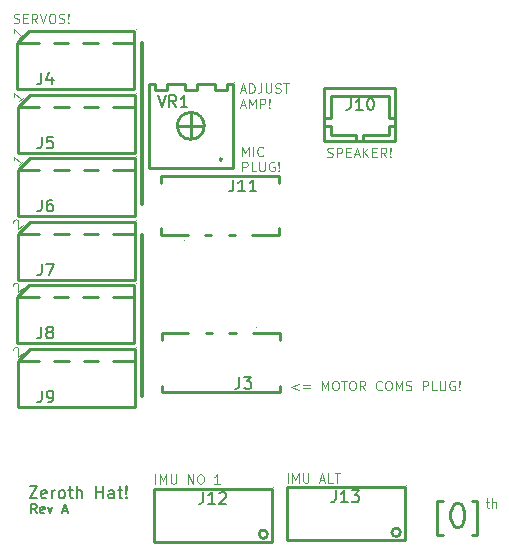
<source format=gto>
G04 #@! TF.GenerationSoftware,KiCad,Pcbnew,7.0.5-0*
G04 #@! TF.CreationDate,2024-11-07T13:17:23-08:00*
G04 #@! TF.ProjectId,MilkVHat,4d696c6b-5648-4617-942e-6b696361645f,rev?*
G04 #@! TF.SameCoordinates,PX5f5e100PY5f5e100*
G04 #@! TF.FileFunction,Legend,Top*
G04 #@! TF.FilePolarity,Positive*
%FSLAX46Y46*%
G04 Gerber Fmt 4.6, Leading zero omitted, Abs format (unit mm)*
G04 Created by KiCad (PCBNEW 7.0.5-0) date 2024-11-07 13:17:23*
%MOMM*%
%LPD*%
G01*
G04 APERTURE LIST*
%ADD10C,0.300000*%
%ADD11C,0.100000*%
%ADD12C,0.150000*%
%ADD13C,0.250000*%
%ADD14C,0.110000*%
%ADD15C,0.254000*%
%ADD16C,0.059995*%
G04 APERTURE END LIST*
D10*
X11300000Y13300000D02*
X11300000Y26925000D01*
X11300000Y29575000D02*
X11300000Y43200000D01*
D11*
X1204612Y43950425D02*
X881363Y43627176D01*
X1042987Y43788800D02*
X477302Y44354486D01*
X477302Y44354486D02*
X504239Y44219799D01*
X504239Y44219799D02*
X504239Y44112049D01*
X504239Y44112049D02*
X477302Y44031237D01*
X19806265Y33591105D02*
X19806265Y34391105D01*
X19806265Y34391105D02*
X20072931Y33819677D01*
X20072931Y33819677D02*
X20339598Y34391105D01*
X20339598Y34391105D02*
X20339598Y33591105D01*
X20720551Y33591105D02*
X20720551Y34391105D01*
X21558646Y33667296D02*
X21520550Y33629200D01*
X21520550Y33629200D02*
X21406265Y33591105D01*
X21406265Y33591105D02*
X21330074Y33591105D01*
X21330074Y33591105D02*
X21215788Y33629200D01*
X21215788Y33629200D02*
X21139598Y33705391D01*
X21139598Y33705391D02*
X21101503Y33781581D01*
X21101503Y33781581D02*
X21063407Y33933962D01*
X21063407Y33933962D02*
X21063407Y34048248D01*
X21063407Y34048248D02*
X21101503Y34200629D01*
X21101503Y34200629D02*
X21139598Y34276820D01*
X21139598Y34276820D02*
X21215788Y34353010D01*
X21215788Y34353010D02*
X21330074Y34391105D01*
X21330074Y34391105D02*
X21406265Y34391105D01*
X21406265Y34391105D02*
X21520550Y34353010D01*
X21520550Y34353010D02*
X21558646Y34314915D01*
X19806265Y32303105D02*
X19806265Y33103105D01*
X19806265Y33103105D02*
X20111027Y33103105D01*
X20111027Y33103105D02*
X20187217Y33065010D01*
X20187217Y33065010D02*
X20225312Y33026915D01*
X20225312Y33026915D02*
X20263408Y32950724D01*
X20263408Y32950724D02*
X20263408Y32836439D01*
X20263408Y32836439D02*
X20225312Y32760248D01*
X20225312Y32760248D02*
X20187217Y32722153D01*
X20187217Y32722153D02*
X20111027Y32684058D01*
X20111027Y32684058D02*
X19806265Y32684058D01*
X20987217Y32303105D02*
X20606265Y32303105D01*
X20606265Y32303105D02*
X20606265Y33103105D01*
X21253884Y33103105D02*
X21253884Y32455486D01*
X21253884Y32455486D02*
X21291979Y32379296D01*
X21291979Y32379296D02*
X21330074Y32341200D01*
X21330074Y32341200D02*
X21406265Y32303105D01*
X21406265Y32303105D02*
X21558646Y32303105D01*
X21558646Y32303105D02*
X21634836Y32341200D01*
X21634836Y32341200D02*
X21672931Y32379296D01*
X21672931Y32379296D02*
X21711027Y32455486D01*
X21711027Y32455486D02*
X21711027Y33103105D01*
X22511026Y33065010D02*
X22434836Y33103105D01*
X22434836Y33103105D02*
X22320550Y33103105D01*
X22320550Y33103105D02*
X22206264Y33065010D01*
X22206264Y33065010D02*
X22130074Y32988820D01*
X22130074Y32988820D02*
X22091979Y32912629D01*
X22091979Y32912629D02*
X22053883Y32760248D01*
X22053883Y32760248D02*
X22053883Y32645962D01*
X22053883Y32645962D02*
X22091979Y32493581D01*
X22091979Y32493581D02*
X22130074Y32417391D01*
X22130074Y32417391D02*
X22206264Y32341200D01*
X22206264Y32341200D02*
X22320550Y32303105D01*
X22320550Y32303105D02*
X22396741Y32303105D01*
X22396741Y32303105D02*
X22511026Y32341200D01*
X22511026Y32341200D02*
X22549122Y32379296D01*
X22549122Y32379296D02*
X22549122Y32645962D01*
X22549122Y32645962D02*
X22396741Y32645962D01*
X22891979Y32379296D02*
X22930074Y32341200D01*
X22930074Y32341200D02*
X22891979Y32303105D01*
X22891979Y32303105D02*
X22853883Y32341200D01*
X22853883Y32341200D02*
X22891979Y32379296D01*
X22891979Y32379296D02*
X22891979Y32303105D01*
X22891979Y32607867D02*
X22853883Y33065010D01*
X22853883Y33065010D02*
X22891979Y33103105D01*
X22891979Y33103105D02*
X22930074Y33065010D01*
X22930074Y33065010D02*
X22891979Y32607867D01*
X22891979Y32607867D02*
X22891979Y33103105D01*
X369552Y27938987D02*
X369552Y27992861D01*
X369552Y27992861D02*
X396490Y28073674D01*
X396490Y28073674D02*
X531177Y28208361D01*
X531177Y28208361D02*
X611989Y28235298D01*
X611989Y28235298D02*
X665864Y28235298D01*
X665864Y28235298D02*
X746676Y28208361D01*
X746676Y28208361D02*
X800551Y28154486D01*
X800551Y28154486D02*
X854425Y28046736D01*
X854425Y28046736D02*
X854425Y27400239D01*
X854425Y27400239D02*
X1204612Y27750425D01*
X24565789Y14286439D02*
X23956265Y14057867D01*
X23956265Y14057867D02*
X24565789Y13829296D01*
X24946741Y14172153D02*
X25556265Y14172153D01*
X25556265Y13943581D02*
X24946741Y13943581D01*
X26546741Y13753105D02*
X26546741Y14553105D01*
X26546741Y14553105D02*
X26813407Y13981677D01*
X26813407Y13981677D02*
X27080074Y14553105D01*
X27080074Y14553105D02*
X27080074Y13753105D01*
X27613408Y14553105D02*
X27765789Y14553105D01*
X27765789Y14553105D02*
X27841979Y14515010D01*
X27841979Y14515010D02*
X27918170Y14438820D01*
X27918170Y14438820D02*
X27956265Y14286439D01*
X27956265Y14286439D02*
X27956265Y14019772D01*
X27956265Y14019772D02*
X27918170Y13867391D01*
X27918170Y13867391D02*
X27841979Y13791200D01*
X27841979Y13791200D02*
X27765789Y13753105D01*
X27765789Y13753105D02*
X27613408Y13753105D01*
X27613408Y13753105D02*
X27537217Y13791200D01*
X27537217Y13791200D02*
X27461027Y13867391D01*
X27461027Y13867391D02*
X27422931Y14019772D01*
X27422931Y14019772D02*
X27422931Y14286439D01*
X27422931Y14286439D02*
X27461027Y14438820D01*
X27461027Y14438820D02*
X27537217Y14515010D01*
X27537217Y14515010D02*
X27613408Y14553105D01*
X28184836Y14553105D02*
X28641979Y14553105D01*
X28413407Y13753105D02*
X28413407Y14553105D01*
X29061027Y14553105D02*
X29213408Y14553105D01*
X29213408Y14553105D02*
X29289598Y14515010D01*
X29289598Y14515010D02*
X29365789Y14438820D01*
X29365789Y14438820D02*
X29403884Y14286439D01*
X29403884Y14286439D02*
X29403884Y14019772D01*
X29403884Y14019772D02*
X29365789Y13867391D01*
X29365789Y13867391D02*
X29289598Y13791200D01*
X29289598Y13791200D02*
X29213408Y13753105D01*
X29213408Y13753105D02*
X29061027Y13753105D01*
X29061027Y13753105D02*
X28984836Y13791200D01*
X28984836Y13791200D02*
X28908646Y13867391D01*
X28908646Y13867391D02*
X28870550Y14019772D01*
X28870550Y14019772D02*
X28870550Y14286439D01*
X28870550Y14286439D02*
X28908646Y14438820D01*
X28908646Y14438820D02*
X28984836Y14515010D01*
X28984836Y14515010D02*
X29061027Y14553105D01*
X30203884Y13753105D02*
X29937217Y14134058D01*
X29746741Y13753105D02*
X29746741Y14553105D01*
X29746741Y14553105D02*
X30051503Y14553105D01*
X30051503Y14553105D02*
X30127693Y14515010D01*
X30127693Y14515010D02*
X30165788Y14476915D01*
X30165788Y14476915D02*
X30203884Y14400724D01*
X30203884Y14400724D02*
X30203884Y14286439D01*
X30203884Y14286439D02*
X30165788Y14210248D01*
X30165788Y14210248D02*
X30127693Y14172153D01*
X30127693Y14172153D02*
X30051503Y14134058D01*
X30051503Y14134058D02*
X29746741Y14134058D01*
X31613408Y13829296D02*
X31575312Y13791200D01*
X31575312Y13791200D02*
X31461027Y13753105D01*
X31461027Y13753105D02*
X31384836Y13753105D01*
X31384836Y13753105D02*
X31270550Y13791200D01*
X31270550Y13791200D02*
X31194360Y13867391D01*
X31194360Y13867391D02*
X31156265Y13943581D01*
X31156265Y13943581D02*
X31118169Y14095962D01*
X31118169Y14095962D02*
X31118169Y14210248D01*
X31118169Y14210248D02*
X31156265Y14362629D01*
X31156265Y14362629D02*
X31194360Y14438820D01*
X31194360Y14438820D02*
X31270550Y14515010D01*
X31270550Y14515010D02*
X31384836Y14553105D01*
X31384836Y14553105D02*
X31461027Y14553105D01*
X31461027Y14553105D02*
X31575312Y14515010D01*
X31575312Y14515010D02*
X31613408Y14476915D01*
X32108646Y14553105D02*
X32261027Y14553105D01*
X32261027Y14553105D02*
X32337217Y14515010D01*
X32337217Y14515010D02*
X32413408Y14438820D01*
X32413408Y14438820D02*
X32451503Y14286439D01*
X32451503Y14286439D02*
X32451503Y14019772D01*
X32451503Y14019772D02*
X32413408Y13867391D01*
X32413408Y13867391D02*
X32337217Y13791200D01*
X32337217Y13791200D02*
X32261027Y13753105D01*
X32261027Y13753105D02*
X32108646Y13753105D01*
X32108646Y13753105D02*
X32032455Y13791200D01*
X32032455Y13791200D02*
X31956265Y13867391D01*
X31956265Y13867391D02*
X31918169Y14019772D01*
X31918169Y14019772D02*
X31918169Y14286439D01*
X31918169Y14286439D02*
X31956265Y14438820D01*
X31956265Y14438820D02*
X32032455Y14515010D01*
X32032455Y14515010D02*
X32108646Y14553105D01*
X32794360Y13753105D02*
X32794360Y14553105D01*
X32794360Y14553105D02*
X33061026Y13981677D01*
X33061026Y13981677D02*
X33327693Y14553105D01*
X33327693Y14553105D02*
X33327693Y13753105D01*
X33670550Y13791200D02*
X33784836Y13753105D01*
X33784836Y13753105D02*
X33975312Y13753105D01*
X33975312Y13753105D02*
X34051503Y13791200D01*
X34051503Y13791200D02*
X34089598Y13829296D01*
X34089598Y13829296D02*
X34127693Y13905486D01*
X34127693Y13905486D02*
X34127693Y13981677D01*
X34127693Y13981677D02*
X34089598Y14057867D01*
X34089598Y14057867D02*
X34051503Y14095962D01*
X34051503Y14095962D02*
X33975312Y14134058D01*
X33975312Y14134058D02*
X33822931Y14172153D01*
X33822931Y14172153D02*
X33746741Y14210248D01*
X33746741Y14210248D02*
X33708646Y14248343D01*
X33708646Y14248343D02*
X33670550Y14324534D01*
X33670550Y14324534D02*
X33670550Y14400724D01*
X33670550Y14400724D02*
X33708646Y14476915D01*
X33708646Y14476915D02*
X33746741Y14515010D01*
X33746741Y14515010D02*
X33822931Y14553105D01*
X33822931Y14553105D02*
X34013408Y14553105D01*
X34013408Y14553105D02*
X34127693Y14515010D01*
X35080075Y13753105D02*
X35080075Y14553105D01*
X35080075Y14553105D02*
X35384837Y14553105D01*
X35384837Y14553105D02*
X35461027Y14515010D01*
X35461027Y14515010D02*
X35499122Y14476915D01*
X35499122Y14476915D02*
X35537218Y14400724D01*
X35537218Y14400724D02*
X35537218Y14286439D01*
X35537218Y14286439D02*
X35499122Y14210248D01*
X35499122Y14210248D02*
X35461027Y14172153D01*
X35461027Y14172153D02*
X35384837Y14134058D01*
X35384837Y14134058D02*
X35080075Y14134058D01*
X36261027Y13753105D02*
X35880075Y13753105D01*
X35880075Y13753105D02*
X35880075Y14553105D01*
X36527694Y14553105D02*
X36527694Y13905486D01*
X36527694Y13905486D02*
X36565789Y13829296D01*
X36565789Y13829296D02*
X36603884Y13791200D01*
X36603884Y13791200D02*
X36680075Y13753105D01*
X36680075Y13753105D02*
X36832456Y13753105D01*
X36832456Y13753105D02*
X36908646Y13791200D01*
X36908646Y13791200D02*
X36946741Y13829296D01*
X36946741Y13829296D02*
X36984837Y13905486D01*
X36984837Y13905486D02*
X36984837Y14553105D01*
X37784836Y14515010D02*
X37708646Y14553105D01*
X37708646Y14553105D02*
X37594360Y14553105D01*
X37594360Y14553105D02*
X37480074Y14515010D01*
X37480074Y14515010D02*
X37403884Y14438820D01*
X37403884Y14438820D02*
X37365789Y14362629D01*
X37365789Y14362629D02*
X37327693Y14210248D01*
X37327693Y14210248D02*
X37327693Y14095962D01*
X37327693Y14095962D02*
X37365789Y13943581D01*
X37365789Y13943581D02*
X37403884Y13867391D01*
X37403884Y13867391D02*
X37480074Y13791200D01*
X37480074Y13791200D02*
X37594360Y13753105D01*
X37594360Y13753105D02*
X37670551Y13753105D01*
X37670551Y13753105D02*
X37784836Y13791200D01*
X37784836Y13791200D02*
X37822932Y13829296D01*
X37822932Y13829296D02*
X37822932Y14095962D01*
X37822932Y14095962D02*
X37670551Y14095962D01*
X38165789Y13829296D02*
X38203884Y13791200D01*
X38203884Y13791200D02*
X38165789Y13753105D01*
X38165789Y13753105D02*
X38127693Y13791200D01*
X38127693Y13791200D02*
X38165789Y13829296D01*
X38165789Y13829296D02*
X38165789Y13753105D01*
X38165789Y14057867D02*
X38127693Y14515010D01*
X38127693Y14515010D02*
X38165789Y14553105D01*
X38165789Y14553105D02*
X38203884Y14515010D01*
X38203884Y14515010D02*
X38165789Y14057867D01*
X38165789Y14057867D02*
X38165789Y14553105D01*
D12*
X2396303Y3355705D02*
X2129636Y3736658D01*
X1939160Y3355705D02*
X1939160Y4155705D01*
X1939160Y4155705D02*
X2243922Y4155705D01*
X2243922Y4155705D02*
X2320112Y4117610D01*
X2320112Y4117610D02*
X2358207Y4079515D01*
X2358207Y4079515D02*
X2396303Y4003324D01*
X2396303Y4003324D02*
X2396303Y3889039D01*
X2396303Y3889039D02*
X2358207Y3812848D01*
X2358207Y3812848D02*
X2320112Y3774753D01*
X2320112Y3774753D02*
X2243922Y3736658D01*
X2243922Y3736658D02*
X1939160Y3736658D01*
X3043922Y3393800D02*
X2967731Y3355705D01*
X2967731Y3355705D02*
X2815350Y3355705D01*
X2815350Y3355705D02*
X2739160Y3393800D01*
X2739160Y3393800D02*
X2701064Y3469991D01*
X2701064Y3469991D02*
X2701064Y3774753D01*
X2701064Y3774753D02*
X2739160Y3850943D01*
X2739160Y3850943D02*
X2815350Y3889039D01*
X2815350Y3889039D02*
X2967731Y3889039D01*
X2967731Y3889039D02*
X3043922Y3850943D01*
X3043922Y3850943D02*
X3082017Y3774753D01*
X3082017Y3774753D02*
X3082017Y3698562D01*
X3082017Y3698562D02*
X2701064Y3622372D01*
X3348683Y3889039D02*
X3539159Y3355705D01*
X3539159Y3355705D02*
X3729636Y3889039D01*
X4605826Y3584277D02*
X4986779Y3584277D01*
X4529636Y3355705D02*
X4796303Y4155705D01*
X4796303Y4155705D02*
X5062969Y3355705D01*
D11*
X23656265Y5953105D02*
X23656265Y6753105D01*
X24037217Y5953105D02*
X24037217Y6753105D01*
X24037217Y6753105D02*
X24303883Y6181677D01*
X24303883Y6181677D02*
X24570550Y6753105D01*
X24570550Y6753105D02*
X24570550Y5953105D01*
X24951503Y6753105D02*
X24951503Y6105486D01*
X24951503Y6105486D02*
X24989598Y6029296D01*
X24989598Y6029296D02*
X25027693Y5991200D01*
X25027693Y5991200D02*
X25103884Y5953105D01*
X25103884Y5953105D02*
X25256265Y5953105D01*
X25256265Y5953105D02*
X25332455Y5991200D01*
X25332455Y5991200D02*
X25370550Y6029296D01*
X25370550Y6029296D02*
X25408646Y6105486D01*
X25408646Y6105486D02*
X25408646Y6753105D01*
X26361026Y6181677D02*
X26741979Y6181677D01*
X26284836Y5953105D02*
X26551503Y6753105D01*
X26551503Y6753105D02*
X26818169Y5953105D01*
X27465788Y5953105D02*
X27084836Y5953105D01*
X27084836Y5953105D02*
X27084836Y6753105D01*
X27618169Y6753105D02*
X28075312Y6753105D01*
X27846740Y5953105D02*
X27846740Y6753105D01*
X27018169Y33541200D02*
X27132455Y33503105D01*
X27132455Y33503105D02*
X27322931Y33503105D01*
X27322931Y33503105D02*
X27399122Y33541200D01*
X27399122Y33541200D02*
X27437217Y33579296D01*
X27437217Y33579296D02*
X27475312Y33655486D01*
X27475312Y33655486D02*
X27475312Y33731677D01*
X27475312Y33731677D02*
X27437217Y33807867D01*
X27437217Y33807867D02*
X27399122Y33845962D01*
X27399122Y33845962D02*
X27322931Y33884058D01*
X27322931Y33884058D02*
X27170550Y33922153D01*
X27170550Y33922153D02*
X27094360Y33960248D01*
X27094360Y33960248D02*
X27056265Y33998343D01*
X27056265Y33998343D02*
X27018169Y34074534D01*
X27018169Y34074534D02*
X27018169Y34150724D01*
X27018169Y34150724D02*
X27056265Y34226915D01*
X27056265Y34226915D02*
X27094360Y34265010D01*
X27094360Y34265010D02*
X27170550Y34303105D01*
X27170550Y34303105D02*
X27361027Y34303105D01*
X27361027Y34303105D02*
X27475312Y34265010D01*
X27818170Y33503105D02*
X27818170Y34303105D01*
X27818170Y34303105D02*
X28122932Y34303105D01*
X28122932Y34303105D02*
X28199122Y34265010D01*
X28199122Y34265010D02*
X28237217Y34226915D01*
X28237217Y34226915D02*
X28275313Y34150724D01*
X28275313Y34150724D02*
X28275313Y34036439D01*
X28275313Y34036439D02*
X28237217Y33960248D01*
X28237217Y33960248D02*
X28199122Y33922153D01*
X28199122Y33922153D02*
X28122932Y33884058D01*
X28122932Y33884058D02*
X27818170Y33884058D01*
X28618170Y33922153D02*
X28884836Y33922153D01*
X28999122Y33503105D02*
X28618170Y33503105D01*
X28618170Y33503105D02*
X28618170Y34303105D01*
X28618170Y34303105D02*
X28999122Y34303105D01*
X29303884Y33731677D02*
X29684837Y33731677D01*
X29227694Y33503105D02*
X29494361Y34303105D01*
X29494361Y34303105D02*
X29761027Y33503105D01*
X30027694Y33503105D02*
X30027694Y34303105D01*
X30484837Y33503105D02*
X30141979Y33960248D01*
X30484837Y34303105D02*
X30027694Y33845962D01*
X30827694Y33922153D02*
X31094360Y33922153D01*
X31208646Y33503105D02*
X30827694Y33503105D01*
X30827694Y33503105D02*
X30827694Y34303105D01*
X30827694Y34303105D02*
X31208646Y34303105D01*
X32008647Y33503105D02*
X31741980Y33884058D01*
X31551504Y33503105D02*
X31551504Y34303105D01*
X31551504Y34303105D02*
X31856266Y34303105D01*
X31856266Y34303105D02*
X31932456Y34265010D01*
X31932456Y34265010D02*
X31970551Y34226915D01*
X31970551Y34226915D02*
X32008647Y34150724D01*
X32008647Y34150724D02*
X32008647Y34036439D01*
X32008647Y34036439D02*
X31970551Y33960248D01*
X31970551Y33960248D02*
X31932456Y33922153D01*
X31932456Y33922153D02*
X31856266Y33884058D01*
X31856266Y33884058D02*
X31551504Y33884058D01*
X32351504Y33579296D02*
X32389599Y33541200D01*
X32389599Y33541200D02*
X32351504Y33503105D01*
X32351504Y33503105D02*
X32313408Y33541200D01*
X32313408Y33541200D02*
X32351504Y33579296D01*
X32351504Y33579296D02*
X32351504Y33503105D01*
X32351504Y33807867D02*
X32313408Y34265010D01*
X32313408Y34265010D02*
X32351504Y34303105D01*
X32351504Y34303105D02*
X32389599Y34265010D01*
X32389599Y34265010D02*
X32351504Y33807867D01*
X32351504Y33807867D02*
X32351504Y34303105D01*
D13*
X36762092Y1541096D02*
X36285901Y1541096D01*
X36285901Y1541096D02*
X36285901Y4398239D01*
X36285901Y4398239D02*
X36762092Y4398239D01*
X37904948Y4207762D02*
X38095425Y4207762D01*
X38095425Y4207762D02*
X38285901Y4112524D01*
X38285901Y4112524D02*
X38381139Y4017286D01*
X38381139Y4017286D02*
X38476377Y3826810D01*
X38476377Y3826810D02*
X38571615Y3445858D01*
X38571615Y3445858D02*
X38571615Y2969667D01*
X38571615Y2969667D02*
X38476377Y2588715D01*
X38476377Y2588715D02*
X38381139Y2398239D01*
X38381139Y2398239D02*
X38285901Y2303000D01*
X38285901Y2303000D02*
X38095425Y2207762D01*
X38095425Y2207762D02*
X37904948Y2207762D01*
X37904948Y2207762D02*
X37714472Y2303000D01*
X37714472Y2303000D02*
X37619234Y2398239D01*
X37619234Y2398239D02*
X37523996Y2588715D01*
X37523996Y2588715D02*
X37428758Y2969667D01*
X37428758Y2969667D02*
X37428758Y3445858D01*
X37428758Y3445858D02*
X37523996Y3826810D01*
X37523996Y3826810D02*
X37619234Y4017286D01*
X37619234Y4017286D02*
X37714472Y4112524D01*
X37714472Y4112524D02*
X37904948Y4207762D01*
X39238282Y1541096D02*
X39714472Y1541096D01*
X39714472Y1541096D02*
X39714472Y4398239D01*
X39714472Y4398239D02*
X39238282Y4398239D01*
D14*
X474748Y44891720D02*
X589034Y44853625D01*
X589034Y44853625D02*
X779510Y44853625D01*
X779510Y44853625D02*
X855701Y44891720D01*
X855701Y44891720D02*
X893796Y44929816D01*
X893796Y44929816D02*
X931891Y45006006D01*
X931891Y45006006D02*
X931891Y45082197D01*
X931891Y45082197D02*
X893796Y45158387D01*
X893796Y45158387D02*
X855701Y45196482D01*
X855701Y45196482D02*
X779510Y45234578D01*
X779510Y45234578D02*
X627129Y45272673D01*
X627129Y45272673D02*
X550939Y45310768D01*
X550939Y45310768D02*
X512844Y45348863D01*
X512844Y45348863D02*
X474748Y45425054D01*
X474748Y45425054D02*
X474748Y45501244D01*
X474748Y45501244D02*
X512844Y45577435D01*
X512844Y45577435D02*
X550939Y45615530D01*
X550939Y45615530D02*
X627129Y45653625D01*
X627129Y45653625D02*
X817606Y45653625D01*
X817606Y45653625D02*
X931891Y45615530D01*
X1274749Y45272673D02*
X1541415Y45272673D01*
X1655701Y44853625D02*
X1274749Y44853625D01*
X1274749Y44853625D02*
X1274749Y45653625D01*
X1274749Y45653625D02*
X1655701Y45653625D01*
X2455702Y44853625D02*
X2189035Y45234578D01*
X1998559Y44853625D02*
X1998559Y45653625D01*
X1998559Y45653625D02*
X2303321Y45653625D01*
X2303321Y45653625D02*
X2379511Y45615530D01*
X2379511Y45615530D02*
X2417606Y45577435D01*
X2417606Y45577435D02*
X2455702Y45501244D01*
X2455702Y45501244D02*
X2455702Y45386959D01*
X2455702Y45386959D02*
X2417606Y45310768D01*
X2417606Y45310768D02*
X2379511Y45272673D01*
X2379511Y45272673D02*
X2303321Y45234578D01*
X2303321Y45234578D02*
X1998559Y45234578D01*
X2684273Y45653625D02*
X2950940Y44853625D01*
X2950940Y44853625D02*
X3217606Y45653625D01*
X3636654Y45653625D02*
X3789035Y45653625D01*
X3789035Y45653625D02*
X3865225Y45615530D01*
X3865225Y45615530D02*
X3941416Y45539340D01*
X3941416Y45539340D02*
X3979511Y45386959D01*
X3979511Y45386959D02*
X3979511Y45120292D01*
X3979511Y45120292D02*
X3941416Y44967911D01*
X3941416Y44967911D02*
X3865225Y44891720D01*
X3865225Y44891720D02*
X3789035Y44853625D01*
X3789035Y44853625D02*
X3636654Y44853625D01*
X3636654Y44853625D02*
X3560463Y44891720D01*
X3560463Y44891720D02*
X3484273Y44967911D01*
X3484273Y44967911D02*
X3446177Y45120292D01*
X3446177Y45120292D02*
X3446177Y45386959D01*
X3446177Y45386959D02*
X3484273Y45539340D01*
X3484273Y45539340D02*
X3560463Y45615530D01*
X3560463Y45615530D02*
X3636654Y45653625D01*
X4284272Y44891720D02*
X4398558Y44853625D01*
X4398558Y44853625D02*
X4589034Y44853625D01*
X4589034Y44853625D02*
X4665225Y44891720D01*
X4665225Y44891720D02*
X4703320Y44929816D01*
X4703320Y44929816D02*
X4741415Y45006006D01*
X4741415Y45006006D02*
X4741415Y45082197D01*
X4741415Y45082197D02*
X4703320Y45158387D01*
X4703320Y45158387D02*
X4665225Y45196482D01*
X4665225Y45196482D02*
X4589034Y45234578D01*
X4589034Y45234578D02*
X4436653Y45272673D01*
X4436653Y45272673D02*
X4360463Y45310768D01*
X4360463Y45310768D02*
X4322368Y45348863D01*
X4322368Y45348863D02*
X4284272Y45425054D01*
X4284272Y45425054D02*
X4284272Y45501244D01*
X4284272Y45501244D02*
X4322368Y45577435D01*
X4322368Y45577435D02*
X4360463Y45615530D01*
X4360463Y45615530D02*
X4436653Y45653625D01*
X4436653Y45653625D02*
X4627130Y45653625D01*
X4627130Y45653625D02*
X4741415Y45615530D01*
X5084273Y44929816D02*
X5122368Y44891720D01*
X5122368Y44891720D02*
X5084273Y44853625D01*
X5084273Y44853625D02*
X5046177Y44891720D01*
X5046177Y44891720D02*
X5084273Y44929816D01*
X5084273Y44929816D02*
X5084273Y44853625D01*
X5084273Y45158387D02*
X5046177Y45615530D01*
X5046177Y45615530D02*
X5084273Y45653625D01*
X5084273Y45653625D02*
X5122368Y45615530D01*
X5122368Y45615530D02*
X5084273Y45158387D01*
X5084273Y45158387D02*
X5084273Y45653625D01*
D12*
X1791541Y5630181D02*
X2458207Y5630181D01*
X2458207Y5630181D02*
X1791541Y4630181D01*
X1791541Y4630181D02*
X2458207Y4630181D01*
X3220112Y4677800D02*
X3124874Y4630181D01*
X3124874Y4630181D02*
X2934398Y4630181D01*
X2934398Y4630181D02*
X2839160Y4677800D01*
X2839160Y4677800D02*
X2791541Y4773039D01*
X2791541Y4773039D02*
X2791541Y5153991D01*
X2791541Y5153991D02*
X2839160Y5249229D01*
X2839160Y5249229D02*
X2934398Y5296848D01*
X2934398Y5296848D02*
X3124874Y5296848D01*
X3124874Y5296848D02*
X3220112Y5249229D01*
X3220112Y5249229D02*
X3267731Y5153991D01*
X3267731Y5153991D02*
X3267731Y5058753D01*
X3267731Y5058753D02*
X2791541Y4963515D01*
X3696303Y4630181D02*
X3696303Y5296848D01*
X3696303Y5106372D02*
X3743922Y5201610D01*
X3743922Y5201610D02*
X3791541Y5249229D01*
X3791541Y5249229D02*
X3886779Y5296848D01*
X3886779Y5296848D02*
X3982017Y5296848D01*
X4458208Y4630181D02*
X4362970Y4677800D01*
X4362970Y4677800D02*
X4315351Y4725420D01*
X4315351Y4725420D02*
X4267732Y4820658D01*
X4267732Y4820658D02*
X4267732Y5106372D01*
X4267732Y5106372D02*
X4315351Y5201610D01*
X4315351Y5201610D02*
X4362970Y5249229D01*
X4362970Y5249229D02*
X4458208Y5296848D01*
X4458208Y5296848D02*
X4601065Y5296848D01*
X4601065Y5296848D02*
X4696303Y5249229D01*
X4696303Y5249229D02*
X4743922Y5201610D01*
X4743922Y5201610D02*
X4791541Y5106372D01*
X4791541Y5106372D02*
X4791541Y4820658D01*
X4791541Y4820658D02*
X4743922Y4725420D01*
X4743922Y4725420D02*
X4696303Y4677800D01*
X4696303Y4677800D02*
X4601065Y4630181D01*
X4601065Y4630181D02*
X4458208Y4630181D01*
X5077256Y5296848D02*
X5458208Y5296848D01*
X5220113Y5630181D02*
X5220113Y4773039D01*
X5220113Y4773039D02*
X5267732Y4677800D01*
X5267732Y4677800D02*
X5362970Y4630181D01*
X5362970Y4630181D02*
X5458208Y4630181D01*
X5791542Y4630181D02*
X5791542Y5630181D01*
X6220113Y4630181D02*
X6220113Y5153991D01*
X6220113Y5153991D02*
X6172494Y5249229D01*
X6172494Y5249229D02*
X6077256Y5296848D01*
X6077256Y5296848D02*
X5934399Y5296848D01*
X5934399Y5296848D02*
X5839161Y5249229D01*
X5839161Y5249229D02*
X5791542Y5201610D01*
X7458209Y4630181D02*
X7458209Y5630181D01*
X7458209Y5153991D02*
X8029637Y5153991D01*
X8029637Y4630181D02*
X8029637Y5630181D01*
X8934399Y4630181D02*
X8934399Y5153991D01*
X8934399Y5153991D02*
X8886780Y5249229D01*
X8886780Y5249229D02*
X8791542Y5296848D01*
X8791542Y5296848D02*
X8601066Y5296848D01*
X8601066Y5296848D02*
X8505828Y5249229D01*
X8934399Y4677800D02*
X8839161Y4630181D01*
X8839161Y4630181D02*
X8601066Y4630181D01*
X8601066Y4630181D02*
X8505828Y4677800D01*
X8505828Y4677800D02*
X8458209Y4773039D01*
X8458209Y4773039D02*
X8458209Y4868277D01*
X8458209Y4868277D02*
X8505828Y4963515D01*
X8505828Y4963515D02*
X8601066Y5011134D01*
X8601066Y5011134D02*
X8839161Y5011134D01*
X8839161Y5011134D02*
X8934399Y5058753D01*
X9267733Y5296848D02*
X9648685Y5296848D01*
X9410590Y5630181D02*
X9410590Y4773039D01*
X9410590Y4773039D02*
X9458209Y4677800D01*
X9458209Y4677800D02*
X9553447Y4630181D01*
X9553447Y4630181D02*
X9648685Y4630181D01*
X9982019Y4725420D02*
X10029638Y4677800D01*
X10029638Y4677800D02*
X9982019Y4630181D01*
X9982019Y4630181D02*
X9934400Y4677800D01*
X9934400Y4677800D02*
X9982019Y4725420D01*
X9982019Y4725420D02*
X9982019Y4630181D01*
X9982019Y5011134D02*
X9934400Y5582562D01*
X9934400Y5582562D02*
X9982019Y5630181D01*
X9982019Y5630181D02*
X10029638Y5582562D01*
X10029638Y5582562D02*
X9982019Y5011134D01*
X9982019Y5011134D02*
X9982019Y5630181D01*
D11*
X369552Y17138987D02*
X369552Y17192861D01*
X369552Y17192861D02*
X396490Y17273674D01*
X396490Y17273674D02*
X531177Y17408361D01*
X531177Y17408361D02*
X611989Y17435298D01*
X611989Y17435298D02*
X665864Y17435298D01*
X665864Y17435298D02*
X746676Y17408361D01*
X746676Y17408361D02*
X800551Y17354486D01*
X800551Y17354486D02*
X854425Y17246736D01*
X854425Y17246736D02*
X854425Y16600239D01*
X854425Y16600239D02*
X1204612Y16950425D01*
X1204612Y38550425D02*
X881363Y38227176D01*
X1042987Y38388800D02*
X477302Y38954486D01*
X477302Y38954486D02*
X504239Y38819799D01*
X504239Y38819799D02*
X504239Y38712049D01*
X504239Y38712049D02*
X477302Y38631237D01*
X369552Y22588987D02*
X369552Y22642861D01*
X369552Y22642861D02*
X396490Y22723674D01*
X396490Y22723674D02*
X531177Y22858361D01*
X531177Y22858361D02*
X611989Y22885298D01*
X611989Y22885298D02*
X665864Y22885298D01*
X665864Y22885298D02*
X746676Y22858361D01*
X746676Y22858361D02*
X800551Y22804486D01*
X800551Y22804486D02*
X854425Y22696736D01*
X854425Y22696736D02*
X854425Y22050239D01*
X854425Y22050239D02*
X1204612Y22400425D01*
X1204612Y33150425D02*
X881363Y32827176D01*
X1042987Y32988800D02*
X477302Y33554486D01*
X477302Y33554486D02*
X504239Y33419799D01*
X504239Y33419799D02*
X504239Y33312049D01*
X504239Y33312049D02*
X477302Y33231237D01*
D14*
X40398558Y4336959D02*
X40703320Y4336959D01*
X40512844Y4603625D02*
X40512844Y3917911D01*
X40512844Y3917911D02*
X40550939Y3841720D01*
X40550939Y3841720D02*
X40627129Y3803625D01*
X40627129Y3803625D02*
X40703320Y3803625D01*
X40969987Y3803625D02*
X40969987Y4603625D01*
X41312844Y3803625D02*
X41312844Y4222673D01*
X41312844Y4222673D02*
X41274749Y4298863D01*
X41274749Y4298863D02*
X41198558Y4336959D01*
X41198558Y4336959D02*
X41084272Y4336959D01*
X41084272Y4336959D02*
X41008082Y4298863D01*
X41008082Y4298863D02*
X40969987Y4260768D01*
D11*
X12456265Y5853105D02*
X12456265Y6653105D01*
X12837217Y5853105D02*
X12837217Y6653105D01*
X12837217Y6653105D02*
X13103883Y6081677D01*
X13103883Y6081677D02*
X13370550Y6653105D01*
X13370550Y6653105D02*
X13370550Y5853105D01*
X13751503Y6653105D02*
X13751503Y6005486D01*
X13751503Y6005486D02*
X13789598Y5929296D01*
X13789598Y5929296D02*
X13827693Y5891200D01*
X13827693Y5891200D02*
X13903884Y5853105D01*
X13903884Y5853105D02*
X14056265Y5853105D01*
X14056265Y5853105D02*
X14132455Y5891200D01*
X14132455Y5891200D02*
X14170550Y5929296D01*
X14170550Y5929296D02*
X14208646Y6005486D01*
X14208646Y6005486D02*
X14208646Y6653105D01*
X15199122Y5853105D02*
X15199122Y6653105D01*
X15199122Y6653105D02*
X15656265Y5853105D01*
X15656265Y5853105D02*
X15656265Y6653105D01*
X16189598Y6653105D02*
X16341979Y6653105D01*
X16341979Y6653105D02*
X16418169Y6615010D01*
X16418169Y6615010D02*
X16494360Y6538820D01*
X16494360Y6538820D02*
X16532455Y6386439D01*
X16532455Y6386439D02*
X16532455Y6119772D01*
X16532455Y6119772D02*
X16494360Y5967391D01*
X16494360Y5967391D02*
X16418169Y5891200D01*
X16418169Y5891200D02*
X16341979Y5853105D01*
X16341979Y5853105D02*
X16189598Y5853105D01*
X16189598Y5853105D02*
X16113407Y5891200D01*
X16113407Y5891200D02*
X16037217Y5967391D01*
X16037217Y5967391D02*
X15999121Y6119772D01*
X15999121Y6119772D02*
X15999121Y6386439D01*
X15999121Y6386439D02*
X16037217Y6538820D01*
X16037217Y6538820D02*
X16113407Y6615010D01*
X16113407Y6615010D02*
X16189598Y6653105D01*
X17903883Y5853105D02*
X17446740Y5853105D01*
X17675312Y5853105D02*
X17675312Y6653105D01*
X17675312Y6653105D02*
X17599121Y6538820D01*
X17599121Y6538820D02*
X17522931Y6462629D01*
X17522931Y6462629D02*
X17446740Y6424534D01*
X19668169Y39169677D02*
X20049122Y39169677D01*
X19591979Y38941105D02*
X19858646Y39741105D01*
X19858646Y39741105D02*
X20125312Y38941105D01*
X20391979Y38941105D02*
X20391979Y39741105D01*
X20391979Y39741105D02*
X20582455Y39741105D01*
X20582455Y39741105D02*
X20696741Y39703010D01*
X20696741Y39703010D02*
X20772931Y39626820D01*
X20772931Y39626820D02*
X20811026Y39550629D01*
X20811026Y39550629D02*
X20849122Y39398248D01*
X20849122Y39398248D02*
X20849122Y39283962D01*
X20849122Y39283962D02*
X20811026Y39131581D01*
X20811026Y39131581D02*
X20772931Y39055391D01*
X20772931Y39055391D02*
X20696741Y38979200D01*
X20696741Y38979200D02*
X20582455Y38941105D01*
X20582455Y38941105D02*
X20391979Y38941105D01*
X21420550Y39741105D02*
X21420550Y39169677D01*
X21420550Y39169677D02*
X21382455Y39055391D01*
X21382455Y39055391D02*
X21306264Y38979200D01*
X21306264Y38979200D02*
X21191979Y38941105D01*
X21191979Y38941105D02*
X21115788Y38941105D01*
X21801503Y39741105D02*
X21801503Y39093486D01*
X21801503Y39093486D02*
X21839598Y39017296D01*
X21839598Y39017296D02*
X21877693Y38979200D01*
X21877693Y38979200D02*
X21953884Y38941105D01*
X21953884Y38941105D02*
X22106265Y38941105D01*
X22106265Y38941105D02*
X22182455Y38979200D01*
X22182455Y38979200D02*
X22220550Y39017296D01*
X22220550Y39017296D02*
X22258646Y39093486D01*
X22258646Y39093486D02*
X22258646Y39741105D01*
X22601502Y38979200D02*
X22715788Y38941105D01*
X22715788Y38941105D02*
X22906264Y38941105D01*
X22906264Y38941105D02*
X22982455Y38979200D01*
X22982455Y38979200D02*
X23020550Y39017296D01*
X23020550Y39017296D02*
X23058645Y39093486D01*
X23058645Y39093486D02*
X23058645Y39169677D01*
X23058645Y39169677D02*
X23020550Y39245867D01*
X23020550Y39245867D02*
X22982455Y39283962D01*
X22982455Y39283962D02*
X22906264Y39322058D01*
X22906264Y39322058D02*
X22753883Y39360153D01*
X22753883Y39360153D02*
X22677693Y39398248D01*
X22677693Y39398248D02*
X22639598Y39436343D01*
X22639598Y39436343D02*
X22601502Y39512534D01*
X22601502Y39512534D02*
X22601502Y39588724D01*
X22601502Y39588724D02*
X22639598Y39664915D01*
X22639598Y39664915D02*
X22677693Y39703010D01*
X22677693Y39703010D02*
X22753883Y39741105D01*
X22753883Y39741105D02*
X22944360Y39741105D01*
X22944360Y39741105D02*
X23058645Y39703010D01*
X23287217Y39741105D02*
X23744360Y39741105D01*
X23515788Y38941105D02*
X23515788Y39741105D01*
X19668169Y37881677D02*
X20049122Y37881677D01*
X19591979Y37653105D02*
X19858646Y38453105D01*
X19858646Y38453105D02*
X20125312Y37653105D01*
X20391979Y37653105D02*
X20391979Y38453105D01*
X20391979Y38453105D02*
X20658645Y37881677D01*
X20658645Y37881677D02*
X20925312Y38453105D01*
X20925312Y38453105D02*
X20925312Y37653105D01*
X21306265Y37653105D02*
X21306265Y38453105D01*
X21306265Y38453105D02*
X21611027Y38453105D01*
X21611027Y38453105D02*
X21687217Y38415010D01*
X21687217Y38415010D02*
X21725312Y38376915D01*
X21725312Y38376915D02*
X21763408Y38300724D01*
X21763408Y38300724D02*
X21763408Y38186439D01*
X21763408Y38186439D02*
X21725312Y38110248D01*
X21725312Y38110248D02*
X21687217Y38072153D01*
X21687217Y38072153D02*
X21611027Y38034058D01*
X21611027Y38034058D02*
X21306265Y38034058D01*
X22106265Y37729296D02*
X22144360Y37691200D01*
X22144360Y37691200D02*
X22106265Y37653105D01*
X22106265Y37653105D02*
X22068169Y37691200D01*
X22068169Y37691200D02*
X22106265Y37729296D01*
X22106265Y37729296D02*
X22106265Y37653105D01*
X22106265Y37957867D02*
X22068169Y38415010D01*
X22068169Y38415010D02*
X22106265Y38453105D01*
X22106265Y38453105D02*
X22144360Y38415010D01*
X22144360Y38415010D02*
X22106265Y37957867D01*
X22106265Y37957867D02*
X22106265Y38453105D01*
D12*
X19566666Y14895181D02*
X19566666Y14180896D01*
X19566666Y14180896D02*
X19519047Y14038039D01*
X19519047Y14038039D02*
X19423809Y13942800D01*
X19423809Y13942800D02*
X19280952Y13895181D01*
X19280952Y13895181D02*
X19185714Y13895181D01*
X19947619Y14895181D02*
X20566666Y14895181D01*
X20566666Y14895181D02*
X20233333Y14514229D01*
X20233333Y14514229D02*
X20376190Y14514229D01*
X20376190Y14514229D02*
X20471428Y14466610D01*
X20471428Y14466610D02*
X20519047Y14418991D01*
X20519047Y14418991D02*
X20566666Y14323753D01*
X20566666Y14323753D02*
X20566666Y14085658D01*
X20566666Y14085658D02*
X20519047Y13990420D01*
X20519047Y13990420D02*
X20471428Y13942800D01*
X20471428Y13942800D02*
X20376190Y13895181D01*
X20376190Y13895181D02*
X20090476Y13895181D01*
X20090476Y13895181D02*
X19995238Y13942800D01*
X19995238Y13942800D02*
X19947619Y13990420D01*
X2816666Y24495181D02*
X2816666Y23780896D01*
X2816666Y23780896D02*
X2769047Y23638039D01*
X2769047Y23638039D02*
X2673809Y23542800D01*
X2673809Y23542800D02*
X2530952Y23495181D01*
X2530952Y23495181D02*
X2435714Y23495181D01*
X3197619Y24495181D02*
X3864285Y24495181D01*
X3864285Y24495181D02*
X3435714Y23495181D01*
X16490476Y5145180D02*
X16490476Y4430895D01*
X16490476Y4430895D02*
X16442857Y4288038D01*
X16442857Y4288038D02*
X16347619Y4192799D01*
X16347619Y4192799D02*
X16204762Y4145180D01*
X16204762Y4145180D02*
X16109524Y4145180D01*
X17490476Y4145180D02*
X16919048Y4145180D01*
X17204762Y4145180D02*
X17204762Y5145180D01*
X17204762Y5145180D02*
X17109524Y5002323D01*
X17109524Y5002323D02*
X17014286Y4907085D01*
X17014286Y4907085D02*
X16919048Y4859466D01*
X17871429Y5049942D02*
X17919048Y5097561D01*
X17919048Y5097561D02*
X18014286Y5145180D01*
X18014286Y5145180D02*
X18252381Y5145180D01*
X18252381Y5145180D02*
X18347619Y5097561D01*
X18347619Y5097561D02*
X18395238Y5049942D01*
X18395238Y5049942D02*
X18442857Y4954704D01*
X18442857Y4954704D02*
X18442857Y4859466D01*
X18442857Y4859466D02*
X18395238Y4716609D01*
X18395238Y4716609D02*
X17823810Y4145180D01*
X17823810Y4145180D02*
X18442857Y4145180D01*
X28990476Y38495181D02*
X28990476Y37780896D01*
X28990476Y37780896D02*
X28942857Y37638039D01*
X28942857Y37638039D02*
X28847619Y37542800D01*
X28847619Y37542800D02*
X28704762Y37495181D01*
X28704762Y37495181D02*
X28609524Y37495181D01*
X29990476Y37495181D02*
X29419048Y37495181D01*
X29704762Y37495181D02*
X29704762Y38495181D01*
X29704762Y38495181D02*
X29609524Y38352324D01*
X29609524Y38352324D02*
X29514286Y38257086D01*
X29514286Y38257086D02*
X29419048Y38209467D01*
X30609524Y38495181D02*
X30704762Y38495181D01*
X30704762Y38495181D02*
X30800000Y38447562D01*
X30800000Y38447562D02*
X30847619Y38399943D01*
X30847619Y38399943D02*
X30895238Y38304705D01*
X30895238Y38304705D02*
X30942857Y38114229D01*
X30942857Y38114229D02*
X30942857Y37876134D01*
X30942857Y37876134D02*
X30895238Y37685658D01*
X30895238Y37685658D02*
X30847619Y37590420D01*
X30847619Y37590420D02*
X30800000Y37542800D01*
X30800000Y37542800D02*
X30704762Y37495181D01*
X30704762Y37495181D02*
X30609524Y37495181D01*
X30609524Y37495181D02*
X30514286Y37542800D01*
X30514286Y37542800D02*
X30466667Y37590420D01*
X30466667Y37590420D02*
X30419048Y37685658D01*
X30419048Y37685658D02*
X30371429Y37876134D01*
X30371429Y37876134D02*
X30371429Y38114229D01*
X30371429Y38114229D02*
X30419048Y38304705D01*
X30419048Y38304705D02*
X30466667Y38399943D01*
X30466667Y38399943D02*
X30514286Y38447562D01*
X30514286Y38447562D02*
X30609524Y38495181D01*
X2786796Y19163684D02*
X2786796Y18449399D01*
X2786796Y18449399D02*
X2739177Y18306542D01*
X2739177Y18306542D02*
X2643939Y18211303D01*
X2643939Y18211303D02*
X2501082Y18163684D01*
X2501082Y18163684D02*
X2405844Y18163684D01*
X3405844Y18735113D02*
X3310606Y18782732D01*
X3310606Y18782732D02*
X3262987Y18830351D01*
X3262987Y18830351D02*
X3215368Y18925589D01*
X3215368Y18925589D02*
X3215368Y18973208D01*
X3215368Y18973208D02*
X3262987Y19068446D01*
X3262987Y19068446D02*
X3310606Y19116065D01*
X3310606Y19116065D02*
X3405844Y19163684D01*
X3405844Y19163684D02*
X3596320Y19163684D01*
X3596320Y19163684D02*
X3691558Y19116065D01*
X3691558Y19116065D02*
X3739177Y19068446D01*
X3739177Y19068446D02*
X3786796Y18973208D01*
X3786796Y18973208D02*
X3786796Y18925589D01*
X3786796Y18925589D02*
X3739177Y18830351D01*
X3739177Y18830351D02*
X3691558Y18782732D01*
X3691558Y18782732D02*
X3596320Y18735113D01*
X3596320Y18735113D02*
X3405844Y18735113D01*
X3405844Y18735113D02*
X3310606Y18687494D01*
X3310606Y18687494D02*
X3262987Y18639875D01*
X3262987Y18639875D02*
X3215368Y18544637D01*
X3215368Y18544637D02*
X3215368Y18354161D01*
X3215368Y18354161D02*
X3262987Y18258923D01*
X3262987Y18258923D02*
X3310606Y18211303D01*
X3310606Y18211303D02*
X3405844Y18163684D01*
X3405844Y18163684D02*
X3596320Y18163684D01*
X3596320Y18163684D02*
X3691558Y18211303D01*
X3691558Y18211303D02*
X3739177Y18258923D01*
X3739177Y18258923D02*
X3786796Y18354161D01*
X3786796Y18354161D02*
X3786796Y18544637D01*
X3786796Y18544637D02*
X3739177Y18639875D01*
X3739177Y18639875D02*
X3691558Y18687494D01*
X3691558Y18687494D02*
X3596320Y18735113D01*
X27740476Y5295180D02*
X27740476Y4580895D01*
X27740476Y4580895D02*
X27692857Y4438038D01*
X27692857Y4438038D02*
X27597619Y4342799D01*
X27597619Y4342799D02*
X27454762Y4295180D01*
X27454762Y4295180D02*
X27359524Y4295180D01*
X28740476Y4295180D02*
X28169048Y4295180D01*
X28454762Y4295180D02*
X28454762Y5295180D01*
X28454762Y5295180D02*
X28359524Y5152323D01*
X28359524Y5152323D02*
X28264286Y5057085D01*
X28264286Y5057085D02*
X28169048Y5009466D01*
X29073810Y5295180D02*
X29692857Y5295180D01*
X29692857Y5295180D02*
X29359524Y4914228D01*
X29359524Y4914228D02*
X29502381Y4914228D01*
X29502381Y4914228D02*
X29597619Y4866609D01*
X29597619Y4866609D02*
X29645238Y4818990D01*
X29645238Y4818990D02*
X29692857Y4723752D01*
X29692857Y4723752D02*
X29692857Y4485657D01*
X29692857Y4485657D02*
X29645238Y4390419D01*
X29645238Y4390419D02*
X29597619Y4342799D01*
X29597619Y4342799D02*
X29502381Y4295180D01*
X29502381Y4295180D02*
X29216667Y4295180D01*
X29216667Y4295180D02*
X29121429Y4342799D01*
X29121429Y4342799D02*
X29073810Y4390419D01*
X2786796Y40663684D02*
X2786796Y39949399D01*
X2786796Y39949399D02*
X2739177Y39806542D01*
X2739177Y39806542D02*
X2643939Y39711303D01*
X2643939Y39711303D02*
X2501082Y39663684D01*
X2501082Y39663684D02*
X2405844Y39663684D01*
X3691558Y40330351D02*
X3691558Y39663684D01*
X3453463Y40711303D02*
X3215368Y39997018D01*
X3215368Y39997018D02*
X3834415Y39997018D01*
X19040476Y31595181D02*
X19040476Y30880896D01*
X19040476Y30880896D02*
X18992857Y30738039D01*
X18992857Y30738039D02*
X18897619Y30642800D01*
X18897619Y30642800D02*
X18754762Y30595181D01*
X18754762Y30595181D02*
X18659524Y30595181D01*
X20040476Y30595181D02*
X19469048Y30595181D01*
X19754762Y30595181D02*
X19754762Y31595181D01*
X19754762Y31595181D02*
X19659524Y31452324D01*
X19659524Y31452324D02*
X19564286Y31357086D01*
X19564286Y31357086D02*
X19469048Y31309467D01*
X20992857Y30595181D02*
X20421429Y30595181D01*
X20707143Y30595181D02*
X20707143Y31595181D01*
X20707143Y31595181D02*
X20611905Y31452324D01*
X20611905Y31452324D02*
X20516667Y31357086D01*
X20516667Y31357086D02*
X20421429Y31309467D01*
X2816666Y13745181D02*
X2816666Y13030896D01*
X2816666Y13030896D02*
X2769047Y12888039D01*
X2769047Y12888039D02*
X2673809Y12792800D01*
X2673809Y12792800D02*
X2530952Y12745181D01*
X2530952Y12745181D02*
X2435714Y12745181D01*
X3340476Y12745181D02*
X3530952Y12745181D01*
X3530952Y12745181D02*
X3626190Y12792800D01*
X3626190Y12792800D02*
X3673809Y12840420D01*
X3673809Y12840420D02*
X3769047Y12983277D01*
X3769047Y12983277D02*
X3816666Y13173753D01*
X3816666Y13173753D02*
X3816666Y13554705D01*
X3816666Y13554705D02*
X3769047Y13649943D01*
X3769047Y13649943D02*
X3721428Y13697562D01*
X3721428Y13697562D02*
X3626190Y13745181D01*
X3626190Y13745181D02*
X3435714Y13745181D01*
X3435714Y13745181D02*
X3340476Y13697562D01*
X3340476Y13697562D02*
X3292857Y13649943D01*
X3292857Y13649943D02*
X3245238Y13554705D01*
X3245238Y13554705D02*
X3245238Y13316610D01*
X3245238Y13316610D02*
X3292857Y13221372D01*
X3292857Y13221372D02*
X3340476Y13173753D01*
X3340476Y13173753D02*
X3435714Y13126134D01*
X3435714Y13126134D02*
X3626190Y13126134D01*
X3626190Y13126134D02*
X3721428Y13173753D01*
X3721428Y13173753D02*
X3769047Y13221372D01*
X3769047Y13221372D02*
X3816666Y13316610D01*
X2816666Y35245181D02*
X2816666Y34530896D01*
X2816666Y34530896D02*
X2769047Y34388039D01*
X2769047Y34388039D02*
X2673809Y34292800D01*
X2673809Y34292800D02*
X2530952Y34245181D01*
X2530952Y34245181D02*
X2435714Y34245181D01*
X3769047Y35245181D02*
X3292857Y35245181D01*
X3292857Y35245181D02*
X3245238Y34768991D01*
X3245238Y34768991D02*
X3292857Y34816610D01*
X3292857Y34816610D02*
X3388095Y34864229D01*
X3388095Y34864229D02*
X3626190Y34864229D01*
X3626190Y34864229D02*
X3721428Y34816610D01*
X3721428Y34816610D02*
X3769047Y34768991D01*
X3769047Y34768991D02*
X3816666Y34673753D01*
X3816666Y34673753D02*
X3816666Y34435658D01*
X3816666Y34435658D02*
X3769047Y34340420D01*
X3769047Y34340420D02*
X3721428Y34292800D01*
X3721428Y34292800D02*
X3626190Y34245181D01*
X3626190Y34245181D02*
X3388095Y34245181D01*
X3388095Y34245181D02*
X3292857Y34292800D01*
X3292857Y34292800D02*
X3245238Y34340420D01*
X12640476Y38745181D02*
X12973809Y37745181D01*
X12973809Y37745181D02*
X13307142Y38745181D01*
X14211904Y37745181D02*
X13878571Y38221372D01*
X13640476Y37745181D02*
X13640476Y38745181D01*
X13640476Y38745181D02*
X14021428Y38745181D01*
X14021428Y38745181D02*
X14116666Y38697562D01*
X14116666Y38697562D02*
X14164285Y38649943D01*
X14164285Y38649943D02*
X14211904Y38554705D01*
X14211904Y38554705D02*
X14211904Y38411848D01*
X14211904Y38411848D02*
X14164285Y38316610D01*
X14164285Y38316610D02*
X14116666Y38268991D01*
X14116666Y38268991D02*
X14021428Y38221372D01*
X14021428Y38221372D02*
X13640476Y38221372D01*
X15164285Y37745181D02*
X14592857Y37745181D01*
X14878571Y37745181D02*
X14878571Y38745181D01*
X14878571Y38745181D02*
X14783333Y38602324D01*
X14783333Y38602324D02*
X14688095Y38507086D01*
X14688095Y38507086D02*
X14592857Y38459467D01*
X2816666Y29913684D02*
X2816666Y29199399D01*
X2816666Y29199399D02*
X2769047Y29056542D01*
X2769047Y29056542D02*
X2673809Y28961303D01*
X2673809Y28961303D02*
X2530952Y28913684D01*
X2530952Y28913684D02*
X2435714Y28913684D01*
X3721428Y29913684D02*
X3530952Y29913684D01*
X3530952Y29913684D02*
X3435714Y29866065D01*
X3435714Y29866065D02*
X3388095Y29818446D01*
X3388095Y29818446D02*
X3292857Y29675589D01*
X3292857Y29675589D02*
X3245238Y29485113D01*
X3245238Y29485113D02*
X3245238Y29104161D01*
X3245238Y29104161D02*
X3292857Y29008923D01*
X3292857Y29008923D02*
X3340476Y28961303D01*
X3340476Y28961303D02*
X3435714Y28913684D01*
X3435714Y28913684D02*
X3626190Y28913684D01*
X3626190Y28913684D02*
X3721428Y28961303D01*
X3721428Y28961303D02*
X3769047Y29008923D01*
X3769047Y29008923D02*
X3816666Y29104161D01*
X3816666Y29104161D02*
X3816666Y29342256D01*
X3816666Y29342256D02*
X3769047Y29437494D01*
X3769047Y29437494D02*
X3721428Y29485113D01*
X3721428Y29485113D02*
X3626190Y29532732D01*
X3626190Y29532732D02*
X3435714Y29532732D01*
X3435714Y29532732D02*
X3340476Y29485113D01*
X3340476Y29485113D02*
X3292857Y29437494D01*
X3292857Y29437494D02*
X3245238Y29342256D01*
D15*
X12973755Y18599567D02*
X12973755Y18030682D01*
X12973755Y18599567D02*
X15243860Y18599567D01*
X12973755Y14168401D02*
X12973755Y13599516D01*
X16706140Y18599567D02*
X17243860Y18599567D01*
X18706140Y18599567D02*
X19243860Y18599567D01*
X20706140Y18599567D02*
X22975025Y18599567D01*
X22974949Y13599516D02*
X12974975Y13599516D01*
X22975025Y18599567D02*
X22975025Y18030682D01*
X22975025Y14168401D02*
X22975025Y13599516D01*
D16*
X21004997Y19062051D02*
G75*
G03*
X21004997Y19062051I-29997J0D01*
G01*
D15*
X796863Y27012002D02*
X1812865Y28028004D01*
X796863Y23074994D02*
X796863Y27012002D01*
X1812865Y28028004D02*
X10702883Y28028004D01*
X2614491Y27012002D02*
X796863Y27012002D01*
X5114364Y27012002D02*
X3885509Y27012002D01*
X7614491Y27012002D02*
X6385382Y27012002D01*
X10702883Y28028004D02*
X10702883Y27012002D01*
X10702883Y27012002D02*
X8885509Y27012002D01*
X10702883Y27012002D02*
X10702883Y23074994D01*
X10702883Y23074994D02*
X796863Y23074994D01*
D16*
X10859881Y28155004D02*
G75*
G03*
X10859881Y28155004I-29998J0D01*
G01*
D15*
X12300000Y5400101D02*
X12300000Y899974D01*
X12300000Y899974D02*
X22300000Y899974D01*
X22300000Y5400101D02*
X12300000Y5400101D01*
X22300000Y899974D02*
X22300000Y5400101D01*
X21945161Y1583997D02*
G75*
G03*
X21945161Y1583997I-359156J0D01*
G01*
D16*
X22456998Y5527101D02*
G75*
G03*
X22456998Y5527101I-29998J0D01*
G01*
D15*
X26700000Y39350102D02*
X26700000Y34849975D01*
X26700000Y34849975D02*
X32700000Y34849975D01*
X26778994Y36804001D02*
X27286995Y36804001D01*
X26778994Y36168999D02*
X27286995Y36168999D01*
X27286995Y38709004D02*
X32240005Y38709004D01*
X27286995Y36804001D02*
X27286995Y38709004D01*
X27286995Y36168999D02*
X27286995Y35406998D01*
X27286995Y35406998D02*
X29445999Y35406998D01*
X29445999Y35406998D02*
X29445999Y34898997D01*
X30033045Y35406998D02*
X30033045Y34898997D01*
X32192050Y36168999D02*
X32192050Y35406998D01*
X32192050Y35406998D02*
X30033045Y35406998D01*
X32240005Y38709004D02*
X32240005Y36804001D01*
X32240005Y36804001D02*
X32621006Y36804001D01*
X32700000Y39350102D02*
X26700000Y39350102D01*
X32700000Y34849975D02*
X32700000Y39350102D01*
X32700051Y36168999D02*
X32192050Y36168999D01*
D16*
X32679934Y39350102D02*
G75*
G03*
X32679934Y39350102I-29972J0D01*
G01*
D15*
X766993Y21680505D02*
X1782995Y22696507D01*
X766993Y17743497D02*
X766993Y21680505D01*
X1782995Y22696507D02*
X10673013Y22696507D01*
X2584621Y21680505D02*
X766993Y21680505D01*
X5084494Y21680505D02*
X3855639Y21680505D01*
X7584621Y21680505D02*
X6355512Y21680505D01*
X10673013Y22696507D02*
X10673013Y21680505D01*
X10673013Y21680505D02*
X8855639Y21680505D01*
X10673013Y21680505D02*
X10673013Y17743497D01*
X10673013Y17743497D02*
X766993Y17743497D01*
D16*
X10830011Y22823507D02*
G75*
G03*
X10830011Y22823507I-29998J0D01*
G01*
D15*
X23550000Y5550101D02*
X23550000Y1049974D01*
X23550000Y1049974D02*
X33550000Y1049974D01*
X33550000Y5550101D02*
X23550000Y5550101D01*
X33550000Y1049974D02*
X33550000Y5550101D01*
X33195161Y1733997D02*
G75*
G03*
X33195161Y1733997I-359156J0D01*
G01*
D16*
X33706998Y5677101D02*
G75*
G03*
X33706998Y5677101I-29998J0D01*
G01*
D15*
X766993Y43180505D02*
X1782995Y44196507D01*
X766993Y39243497D02*
X766993Y43180505D01*
X1782995Y44196507D02*
X10673013Y44196507D01*
X2584621Y43180505D02*
X766993Y43180505D01*
X5084494Y43180505D02*
X3855639Y43180505D01*
X7584621Y43180505D02*
X6355512Y43180505D01*
X10673013Y44196507D02*
X10673013Y43180505D01*
X10673013Y43180505D02*
X8855639Y43180505D01*
X10673013Y43180505D02*
X10673013Y39243497D01*
X10673013Y39243497D02*
X766993Y39243497D01*
D16*
X10830011Y44323507D02*
G75*
G03*
X10830011Y44323507I-29998J0D01*
G01*
D15*
X22926245Y26924993D02*
X22926245Y27493878D01*
X22926245Y26924993D02*
X20656140Y26924993D01*
X22926245Y31356159D02*
X22926245Y31925044D01*
X19193860Y26924993D02*
X18656140Y26924993D01*
X17193860Y26924993D02*
X16656140Y26924993D01*
X15193860Y26924993D02*
X12924975Y26924993D01*
X12925051Y31925044D02*
X22925025Y31925044D01*
X12924975Y26924993D02*
X12924975Y27493878D01*
X12924975Y31356159D02*
X12924975Y31925044D01*
D16*
X14954997Y26462509D02*
G75*
G03*
X14954997Y26462509I-29997J0D01*
G01*
D15*
X796863Y16262002D02*
X1812865Y17278004D01*
X796863Y12324994D02*
X796863Y16262002D01*
X1812865Y17278004D02*
X10702883Y17278004D01*
X2614491Y16262002D02*
X796863Y16262002D01*
X5114364Y16262002D02*
X3885509Y16262002D01*
X7614491Y16262002D02*
X6385382Y16262002D01*
X10702883Y17278004D02*
X10702883Y16262002D01*
X10702883Y16262002D02*
X8885509Y16262002D01*
X10702883Y16262002D02*
X10702883Y12324994D01*
X10702883Y12324994D02*
X796863Y12324994D01*
D16*
X10859881Y17405004D02*
G75*
G03*
X10859881Y17405004I-29998J0D01*
G01*
D15*
X796863Y37762002D02*
X1812865Y38778004D01*
X796863Y33824994D02*
X796863Y37762002D01*
X1812865Y38778004D02*
X10702883Y38778004D01*
X2614491Y37762002D02*
X796863Y37762002D01*
X5114364Y37762002D02*
X3885509Y37762002D01*
X7614491Y37762002D02*
X6385382Y37762002D01*
X10702883Y38778004D02*
X10702883Y37762002D01*
X10702883Y37762002D02*
X8885509Y37762002D01*
X10702883Y37762002D02*
X10702883Y33824994D01*
X10702883Y33824994D02*
X796863Y33824994D01*
D16*
X10859881Y38905004D02*
G75*
G03*
X10859881Y38905004I-29998J0D01*
G01*
D15*
X19016002Y32593991D02*
X11903988Y32593991D01*
X19016002Y35641998D02*
X19016002Y32593991D01*
X19016002Y39198005D02*
X19016002Y35641998D01*
X19016002Y39706006D02*
X19016002Y39198005D01*
X18508001Y39198005D02*
X18508001Y39706006D01*
X18508001Y39706006D02*
X19016002Y39706006D01*
X17491999Y39198005D02*
X18508001Y39198005D01*
X17491999Y39706006D02*
X17491999Y39198005D01*
X15967996Y39198005D02*
X15967996Y39706006D01*
X15967996Y39706006D02*
X17491999Y39706006D01*
X15459995Y37166001D02*
X15459995Y35133997D01*
X14951994Y39198005D02*
X15967996Y39198005D01*
X14951994Y39706006D02*
X14951994Y39198005D01*
X14443993Y36149999D02*
X16475997Y36149999D01*
X13427991Y39198005D02*
X13427991Y39706006D01*
X13427991Y39706006D02*
X14951994Y39706006D01*
X12411989Y39198005D02*
X13427991Y39198005D01*
X12411989Y39706006D02*
X12411989Y39198005D01*
X11903988Y32593991D02*
X11903988Y35641998D01*
X11903988Y35133997D02*
X11903988Y39198005D01*
X11903988Y39198005D02*
X11903988Y39706006D01*
X11903988Y39706006D02*
X12411989Y39706006D01*
X18000100Y33228995D02*
G75*
G03*
X17997460Y33228993I-1378J76187D01*
G01*
X15462394Y35014640D02*
G75*
G03*
X15439675Y35014616I-12559J1135857D01*
G01*
D16*
X19172999Y39833006D02*
G75*
G03*
X19172999Y39833006I-29997J0D01*
G01*
D15*
X796863Y32430505D02*
X1812865Y33446507D01*
X796863Y28493497D02*
X796863Y32430505D01*
X1812865Y33446507D02*
X10702883Y33446507D01*
X2614491Y32430505D02*
X796863Y32430505D01*
X5114364Y32430505D02*
X3885509Y32430505D01*
X7614491Y32430505D02*
X6385382Y32430505D01*
X10702883Y33446507D02*
X10702883Y32430505D01*
X10702883Y32430505D02*
X8885509Y32430505D01*
X10702883Y32430505D02*
X10702883Y28493497D01*
X10702883Y28493497D02*
X796863Y28493497D01*
D16*
X10859881Y33573507D02*
G75*
G03*
X10859881Y33573507I-29998J0D01*
G01*
M02*

</source>
